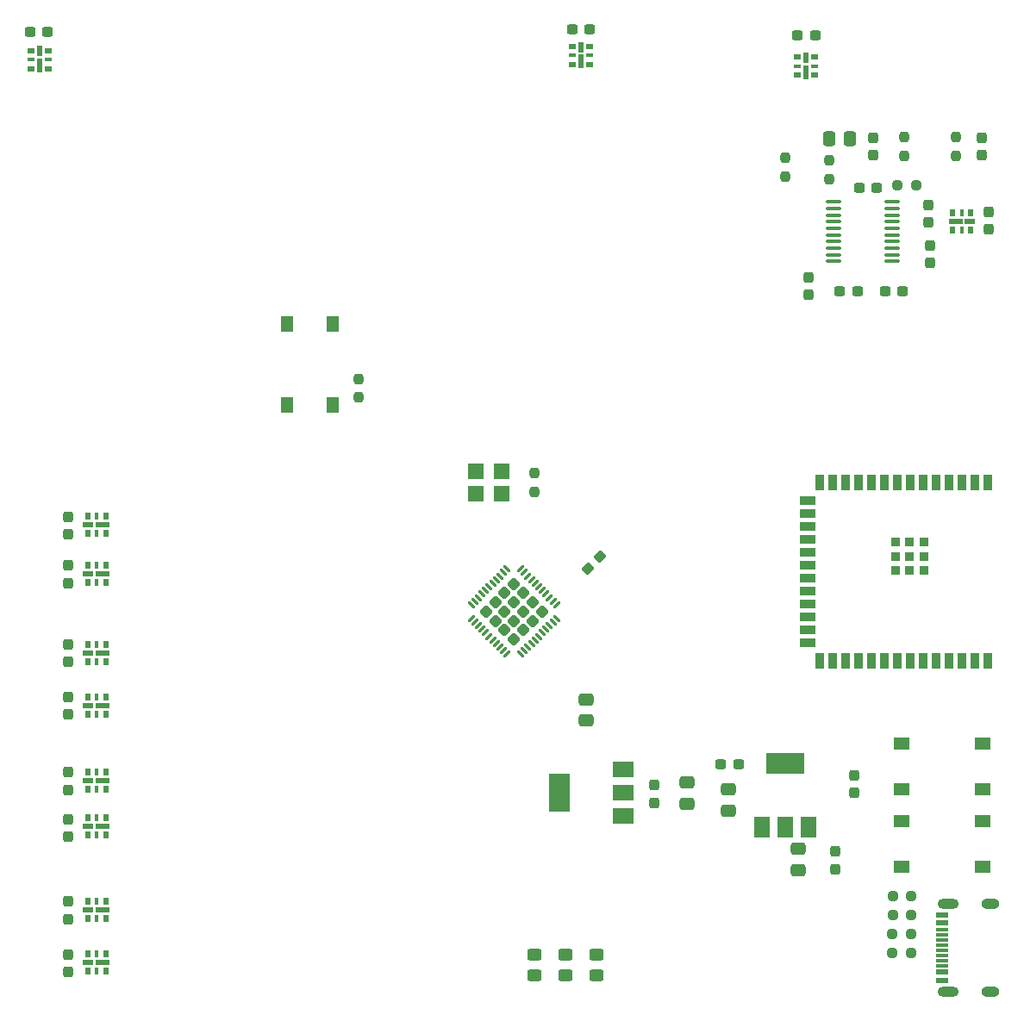
<source format=gbr>
%TF.GenerationSoftware,KiCad,Pcbnew,7.0.7*%
%TF.CreationDate,2023-10-22T01:08:48-07:00*%
%TF.ProjectId,fpaa_esp32_badge,66706161-5f65-4737-9033-325f62616467,rev?*%
%TF.SameCoordinates,Original*%
%TF.FileFunction,Paste,Top*%
%TF.FilePolarity,Positive*%
%FSLAX46Y46*%
G04 Gerber Fmt 4.6, Leading zero omitted, Abs format (unit mm)*
G04 Created by KiCad (PCBNEW 7.0.7) date 2023-10-22 01:08:48*
%MOMM*%
%LPD*%
G01*
G04 APERTURE LIST*
G04 Aperture macros list*
%AMRoundRect*
0 Rectangle with rounded corners*
0 $1 Rounding radius*
0 $2 $3 $4 $5 $6 $7 $8 $9 X,Y pos of 4 corners*
0 Add a 4 corners polygon primitive as box body*
4,1,4,$2,$3,$4,$5,$6,$7,$8,$9,$2,$3,0*
0 Add four circle primitives for the rounded corners*
1,1,$1+$1,$2,$3*
1,1,$1+$1,$4,$5*
1,1,$1+$1,$6,$7*
1,1,$1+$1,$8,$9*
0 Add four rect primitives between the rounded corners*
20,1,$1+$1,$2,$3,$4,$5,0*
20,1,$1+$1,$4,$5,$6,$7,0*
20,1,$1+$1,$6,$7,$8,$9,0*
20,1,$1+$1,$8,$9,$2,$3,0*%
G04 Aperture macros list end*
%ADD10R,1.150000X0.600000*%
%ADD11R,1.150000X0.300000*%
%ADD12O,2.100000X1.000000*%
%ADD13O,1.800000X1.000000*%
%ADD14RoundRect,0.237500X0.237500X-0.250000X0.237500X0.250000X-0.237500X0.250000X-0.237500X-0.250000X0*%
%ADD15RoundRect,0.250000X0.450000X-0.325000X0.450000X0.325000X-0.450000X0.325000X-0.450000X-0.325000X0*%
%ADD16RoundRect,0.250000X-0.475000X0.337500X-0.475000X-0.337500X0.475000X-0.337500X0.475000X0.337500X0*%
%ADD17R,0.800000X0.500000*%
%ADD18R,0.500000X1.000000*%
%ADD19R,0.800000X0.300000*%
%ADD20R,0.500000X1.480000*%
%ADD21R,0.500000X0.800000*%
%ADD22R,1.000000X0.500000*%
%ADD23R,0.300000X0.800000*%
%ADD24R,1.480000X0.500000*%
%ADD25RoundRect,0.237500X0.237500X-0.300000X0.237500X0.300000X-0.237500X0.300000X-0.237500X-0.300000X0*%
%ADD26RoundRect,0.237500X0.300000X0.237500X-0.300000X0.237500X-0.300000X-0.237500X0.300000X-0.237500X0*%
%ADD27RoundRect,0.237500X-0.250000X-0.237500X0.250000X-0.237500X0.250000X0.237500X-0.250000X0.237500X0*%
%ADD28RoundRect,0.250000X0.337500X0.475000X-0.337500X0.475000X-0.337500X-0.475000X0.337500X-0.475000X0*%
%ADD29R,1.550000X1.300000*%
%ADD30RoundRect,0.237500X-0.237500X0.300000X-0.237500X-0.300000X0.237500X-0.300000X0.237500X0.300000X0*%
%ADD31R,0.900000X1.500000*%
%ADD32R,1.500000X0.900000*%
%ADD33R,0.900000X0.900000*%
%ADD34RoundRect,0.237500X-0.300000X-0.237500X0.300000X-0.237500X0.300000X0.237500X-0.300000X0.237500X0*%
%ADD35R,2.000000X1.500000*%
%ADD36R,2.000000X3.800000*%
%ADD37R,1.600000X1.500000*%
%ADD38RoundRect,0.237500X-0.044194X-0.380070X0.380070X0.044194X0.044194X0.380070X-0.380070X-0.044194X0*%
%ADD39RoundRect,0.237500X-0.237500X0.250000X-0.237500X-0.250000X0.237500X-0.250000X0.237500X0.250000X0*%
%ADD40R,1.500000X2.000000*%
%ADD41R,3.800000X2.000000*%
%ADD42R,1.300000X1.550000*%
%ADD43RoundRect,0.100000X0.637500X0.100000X-0.637500X0.100000X-0.637500X-0.100000X0.637500X-0.100000X0*%
%ADD44RoundRect,0.250000X-0.381838X0.000000X0.000000X-0.381838X0.381838X0.000000X0.000000X0.381838X0*%
%ADD45RoundRect,0.062500X-0.309359X0.220971X0.220971X-0.309359X0.309359X-0.220971X-0.220971X0.309359X0*%
%ADD46RoundRect,0.062500X-0.309359X-0.220971X-0.220971X-0.309359X0.309359X0.220971X0.220971X0.309359X0*%
G04 APERTURE END LIST*
D10*
%TO.C,J5*%
X166500000Y-132740000D03*
X166500000Y-131940000D03*
D11*
X166500000Y-130790000D03*
X166500000Y-129790000D03*
X166500000Y-129290000D03*
X166500000Y-128290000D03*
D10*
X166500000Y-127140000D03*
X166500000Y-126340000D03*
X166500000Y-126340000D03*
X166500000Y-127140000D03*
D11*
X166500000Y-127790000D03*
X166500000Y-128790000D03*
X166500000Y-130290000D03*
X166500000Y-131290000D03*
D10*
X166500000Y-131940000D03*
X166500000Y-132740000D03*
D12*
X167075000Y-133860000D03*
D13*
X171255000Y-133860000D03*
D12*
X167075000Y-125220000D03*
D13*
X171255000Y-125220000D03*
%TD*%
D14*
%TO.C,R25*%
X155448000Y-53998500D03*
X155448000Y-52173500D03*
%TD*%
D15*
%TO.C,D15*%
X132545054Y-132253078D03*
X132545054Y-130203078D03*
%TD*%
D16*
%TO.C,C30*%
X131572000Y-105134500D03*
X131572000Y-107209500D03*
%TD*%
D17*
%TO.C,D2*%
X152295065Y-42006142D03*
D18*
X153145065Y-42076142D03*
D19*
X152295065Y-42906142D03*
D17*
X152295065Y-43806142D03*
X153995065Y-43806142D03*
D19*
X153995065Y-42906142D03*
D20*
X153145065Y-43496142D03*
D17*
X153995065Y-42006142D03*
%TD*%
D15*
%TO.C,D14*%
X129505054Y-132253078D03*
X129505054Y-130203078D03*
%TD*%
D21*
%TO.C,D6*%
X82586879Y-93696158D03*
D22*
X82656879Y-92846158D03*
D23*
X83486879Y-93696158D03*
D21*
X84386879Y-93696158D03*
X84386879Y-91996158D03*
D23*
X83486879Y-91996158D03*
D24*
X84076879Y-92846158D03*
D21*
X82586879Y-91996158D03*
%TD*%
D25*
%TO.C,C43*%
X165312072Y-62283655D03*
X165312072Y-60558655D03*
%TD*%
%TO.C,C20*%
X80698886Y-106649901D03*
X80698886Y-104924901D03*
%TD*%
D16*
%TO.C,C31*%
X141424357Y-113327971D03*
X141424357Y-115402971D03*
%TD*%
D21*
%TO.C,D8*%
X82586879Y-106620000D03*
D22*
X82656879Y-105770000D03*
D23*
X83486879Y-106620000D03*
D21*
X84386879Y-106620000D03*
X84386879Y-104920000D03*
D23*
X83486879Y-104920000D03*
D24*
X84076879Y-105770000D03*
D21*
X82586879Y-104920000D03*
%TD*%
%TO.C,D1*%
X169336387Y-57328786D03*
D22*
X169266387Y-58178786D03*
D23*
X168436387Y-57328786D03*
D21*
X167536387Y-57328786D03*
X167536387Y-59028786D03*
D23*
X168436387Y-59028786D03*
D24*
X167846387Y-58178786D03*
D21*
X169336387Y-59028786D03*
%TD*%
%TO.C,D7*%
X82586879Y-101474878D03*
D22*
X82656879Y-100624878D03*
D23*
X83486879Y-101474878D03*
D21*
X84386879Y-101474878D03*
X84386879Y-99774878D03*
D23*
X83486879Y-99774878D03*
D24*
X84076879Y-100624878D03*
D21*
X82586879Y-99774878D03*
%TD*%
D14*
%TO.C,R24*%
X167894000Y-51712500D03*
X167894000Y-49887500D03*
%TD*%
D21*
%TO.C,D12*%
X82586879Y-131876018D03*
D22*
X82656879Y-131026018D03*
D23*
X83486879Y-131876018D03*
D21*
X84386879Y-131876018D03*
X84386879Y-130176018D03*
D23*
X83486879Y-130176018D03*
D24*
X84076879Y-131026018D03*
D21*
X82586879Y-130176018D03*
%TD*%
D26*
%TO.C,C45*%
X162660500Y-65024000D03*
X160935500Y-65024000D03*
%TD*%
D27*
%TO.C,R1*%
X161647500Y-130065586D03*
X163472500Y-130065586D03*
%TD*%
D17*
%TO.C,D3*%
X130163994Y-40974400D03*
D18*
X131013994Y-41044400D03*
D19*
X130163994Y-41874400D03*
D17*
X130163994Y-42774400D03*
X131863994Y-42774400D03*
D19*
X131863994Y-41874400D03*
D20*
X131013994Y-42464400D03*
D17*
X131863994Y-40974400D03*
%TD*%
D28*
%TO.C,C50*%
X157501500Y-50038000D03*
X155426500Y-50038000D03*
%TD*%
D17*
%TO.C,D4*%
X77040000Y-41380000D03*
D18*
X77890000Y-41450000D03*
D19*
X77040000Y-42280000D03*
D17*
X77040000Y-43180000D03*
X78740000Y-43180000D03*
D19*
X78740000Y-42280000D03*
D20*
X77890000Y-42870000D03*
D17*
X78740000Y-41380000D03*
%TD*%
D14*
%TO.C,R82*%
X109220000Y-75485000D03*
X109220000Y-73660000D03*
%TD*%
D29*
%TO.C,SW1*%
X170520000Y-121630000D03*
X162560000Y-121630000D03*
X170520000Y-117130000D03*
X162560000Y-117130000D03*
%TD*%
D27*
%TO.C,R3*%
X161647500Y-128185604D03*
X163472500Y-128185604D03*
%TD*%
D15*
%TO.C,D13*%
X126465054Y-132253078D03*
X126465054Y-130203078D03*
%TD*%
D30*
%TO.C,C46*%
X153416000Y-63653500D03*
X153416000Y-65378500D03*
%TD*%
D25*
%TO.C,C24*%
X80698886Y-131926500D03*
X80698886Y-130201500D03*
%TD*%
%TO.C,C19*%
X80698886Y-88927773D03*
X80698886Y-87202773D03*
%TD*%
D31*
%TO.C,U2*%
X171047847Y-83839092D03*
X169777847Y-83839092D03*
X168507847Y-83839092D03*
X167237847Y-83839092D03*
X165967847Y-83839092D03*
X164697847Y-83839092D03*
X163427847Y-83839092D03*
X162157847Y-83839092D03*
X160887847Y-83839092D03*
X159617847Y-83839092D03*
X158347847Y-83839092D03*
X157077847Y-83839092D03*
X155807847Y-83839092D03*
X154537847Y-83839092D03*
D32*
X153287847Y-85604092D03*
X153287847Y-86874092D03*
X153287847Y-88144092D03*
X153287847Y-89414092D03*
X153287847Y-90684092D03*
X153287847Y-91954092D03*
X153287847Y-93224092D03*
X153287847Y-94494092D03*
X153287847Y-95764092D03*
X153287847Y-97034092D03*
X153287847Y-98304092D03*
X153287847Y-99574092D03*
D31*
X154537847Y-101339092D03*
X155807847Y-101339092D03*
X157077847Y-101339092D03*
X158347847Y-101339092D03*
X159617847Y-101339092D03*
X160887847Y-101339092D03*
X162157847Y-101339092D03*
X163427847Y-101339092D03*
X164697847Y-101339092D03*
X165967847Y-101339092D03*
X167237847Y-101339092D03*
X168507847Y-101339092D03*
X169777847Y-101339092D03*
X171047847Y-101339092D03*
D33*
X164727847Y-89689092D03*
X163327847Y-89689092D03*
X161927847Y-89689092D03*
X161927847Y-89689092D03*
X164727847Y-91089092D03*
X164727847Y-91089092D03*
X163327847Y-91089092D03*
X161927847Y-91089092D03*
X164727847Y-92489092D03*
X163327847Y-92489092D03*
X161927847Y-92489092D03*
%TD*%
D30*
%TO.C,C48*%
X170434000Y-49937500D03*
X170434000Y-51662500D03*
%TD*%
D25*
%TO.C,C22*%
X80698886Y-118633803D03*
X80698886Y-116908803D03*
%TD*%
D16*
%TO.C,C25*%
X152400000Y-119845000D03*
X152400000Y-121920000D03*
%TD*%
D34*
%TO.C,C51*%
X156471266Y-65027332D03*
X158196266Y-65027332D03*
%TD*%
%TO.C,C14*%
X152334643Y-39927967D03*
X154059643Y-39927967D03*
%TD*%
D30*
%TO.C,C15*%
X171134036Y-57255109D03*
X171134036Y-58980109D03*
%TD*%
D25*
%TO.C,C44*%
X165205421Y-58259837D03*
X165205421Y-56534837D03*
%TD*%
D35*
%TO.C,U4*%
X135230000Y-116600000D03*
X135230000Y-114300000D03*
D36*
X128930000Y-114300000D03*
D35*
X135230000Y-112000000D03*
%TD*%
D25*
%TO.C,C11*%
X157858841Y-114324236D03*
X157858841Y-112599236D03*
%TD*%
D29*
%TO.C,SW3*%
X170520000Y-114010000D03*
X162560000Y-114010000D03*
X170520000Y-109510000D03*
X162560000Y-109510000D03*
%TD*%
D25*
%TO.C,C18*%
X80698886Y-101475218D03*
X80698886Y-99750218D03*
%TD*%
D21*
%TO.C,D5*%
X82586879Y-88840000D03*
D22*
X82656879Y-87990000D03*
D23*
X83486879Y-88840000D03*
D21*
X84386879Y-88840000D03*
X84386879Y-87140000D03*
D23*
X83486879Y-87140000D03*
D24*
X84076879Y-87990000D03*
D21*
X82586879Y-87140000D03*
%TD*%
D14*
%TO.C,R23*%
X162814000Y-51712500D03*
X162814000Y-49887500D03*
%TD*%
%TO.C,R27*%
X151130000Y-53744500D03*
X151130000Y-51919500D03*
%TD*%
D26*
%TO.C,C49*%
X160120500Y-54864000D03*
X158395500Y-54864000D03*
%TD*%
D37*
%TO.C,X1*%
X120737395Y-84920000D03*
X123277395Y-84920000D03*
X123277395Y-82720000D03*
X120737395Y-82720000D03*
%TD*%
D38*
%TO.C,C6*%
X131724120Y-92303880D03*
X132943880Y-91084120D03*
%TD*%
D21*
%TO.C,D9*%
X82586879Y-114016528D03*
D22*
X82656879Y-113166528D03*
D23*
X83486879Y-114016528D03*
D21*
X84386879Y-114016528D03*
X84386879Y-112316528D03*
D23*
X83486879Y-112316528D03*
D24*
X84076879Y-113166528D03*
D21*
X82586879Y-112316528D03*
%TD*%
D34*
%TO.C,C13*%
X130163994Y-39258020D03*
X131888994Y-39258020D03*
%TD*%
D27*
%TO.C,R4*%
X161687929Y-126325837D03*
X163512929Y-126325837D03*
%TD*%
%TO.C,R26*%
X162155500Y-54610000D03*
X163980500Y-54610000D03*
%TD*%
D30*
%TO.C,C32*%
X138284323Y-113588406D03*
X138284323Y-115313406D03*
%TD*%
D25*
%TO.C,C21*%
X80698886Y-114043979D03*
X80698886Y-112318979D03*
%TD*%
D39*
%TO.C,R85*%
X126492000Y-82907500D03*
X126492000Y-84732500D03*
%TD*%
D25*
%TO.C,C23*%
X80698886Y-126721256D03*
X80698886Y-124996256D03*
%TD*%
D34*
%TO.C,C16*%
X76913669Y-39517551D03*
X78638669Y-39517551D03*
%TD*%
D16*
%TO.C,C27*%
X145539788Y-113991977D03*
X145539788Y-116066977D03*
%TD*%
D25*
%TO.C,C17*%
X80698886Y-93726530D03*
X80698886Y-92001530D03*
%TD*%
D40*
%TO.C,U3*%
X148812202Y-117700988D03*
X151112202Y-117700988D03*
D41*
X151112202Y-111400988D03*
D40*
X153412202Y-117700988D03*
%TD*%
D26*
%TO.C,C28*%
X146505000Y-111510849D03*
X144780000Y-111510849D03*
%TD*%
D42*
%TO.C,SW2*%
X106680000Y-68240000D03*
X106680000Y-76200000D03*
X102180000Y-68240000D03*
X102180000Y-76200000D03*
%TD*%
D21*
%TO.C,D10*%
X82586879Y-118480000D03*
D22*
X82656879Y-117630000D03*
D23*
X83486879Y-118480000D03*
D21*
X84386879Y-118480000D03*
X84386879Y-116780000D03*
D23*
X83486879Y-116780000D03*
D24*
X84076879Y-117630000D03*
D21*
X82586879Y-116780000D03*
%TD*%
D43*
%TO.C,U11*%
X161612500Y-62107000D03*
X161612500Y-61457000D03*
X161612500Y-60807000D03*
X161612500Y-60157000D03*
X161612500Y-59507000D03*
X161612500Y-58857000D03*
X161612500Y-58207000D03*
X161612500Y-57557000D03*
X161612500Y-56907000D03*
X161612500Y-56257000D03*
X155887500Y-56257000D03*
X155887500Y-56907000D03*
X155887500Y-57557000D03*
X155887500Y-58207000D03*
X155887500Y-58857000D03*
X155887500Y-59507000D03*
X155887500Y-60157000D03*
X155887500Y-60807000D03*
X155887500Y-61457000D03*
X155887500Y-62107000D03*
%TD*%
D21*
%TO.C,D11*%
X82586879Y-126650750D03*
D22*
X82656879Y-125800750D03*
D23*
X83486879Y-126650750D03*
D21*
X84386879Y-126650750D03*
X84386879Y-124950750D03*
D23*
X83486879Y-124950750D03*
D24*
X84076879Y-125800750D03*
D21*
X82586879Y-124950750D03*
%TD*%
D30*
%TO.C,C26*%
X156048022Y-120110657D03*
X156048022Y-121835657D03*
%TD*%
D44*
%TO.C,U1*%
X124460000Y-93783497D03*
X123547832Y-94695665D03*
X122635665Y-95607832D03*
X121723497Y-96520000D03*
X125372168Y-94695665D03*
X124460000Y-95607832D03*
X123547832Y-96520000D03*
X122635665Y-97432168D03*
X126284335Y-95607832D03*
X125372168Y-96520000D03*
X124460000Y-97432168D03*
X123547832Y-98344335D03*
X127196503Y-96520000D03*
X126284335Y-97432168D03*
X125372168Y-98344335D03*
X124460000Y-99256503D03*
D45*
X123797087Y-92321553D03*
X123443534Y-92675107D03*
X123089981Y-93028660D03*
X122736427Y-93382214D03*
X122382874Y-93735767D03*
X122029320Y-94089320D03*
X121675767Y-94442874D03*
X121322214Y-94796427D03*
X120968660Y-95149981D03*
X120615107Y-95503534D03*
X120261553Y-95857087D03*
D46*
X120261553Y-97182913D03*
X120615107Y-97536466D03*
X120968660Y-97890019D03*
X121322214Y-98243573D03*
X121675767Y-98597126D03*
X122029320Y-98950680D03*
X122382874Y-99304233D03*
X122736427Y-99657786D03*
X123089981Y-100011340D03*
X123443534Y-100364893D03*
X123797087Y-100718447D03*
D45*
X125122913Y-100718447D03*
X125476466Y-100364893D03*
X125830019Y-100011340D03*
X126183573Y-99657786D03*
X126537126Y-99304233D03*
X126890680Y-98950680D03*
X127244233Y-98597126D03*
X127597786Y-98243573D03*
X127951340Y-97890019D03*
X128304893Y-97536466D03*
X128658447Y-97182913D03*
D46*
X128658447Y-95857087D03*
X128304893Y-95503534D03*
X127951340Y-95149981D03*
X127597786Y-94796427D03*
X127244233Y-94442874D03*
X126890680Y-94089320D03*
X126537126Y-93735767D03*
X126183573Y-93382214D03*
X125830019Y-93028660D03*
X125476466Y-92675107D03*
X125122913Y-92321553D03*
%TD*%
D30*
%TO.C,C47*%
X159766000Y-49937500D03*
X159766000Y-51662500D03*
%TD*%
D27*
%TO.C,R2*%
X161687929Y-124460000D03*
X163512929Y-124460000D03*
%TD*%
M02*

</source>
